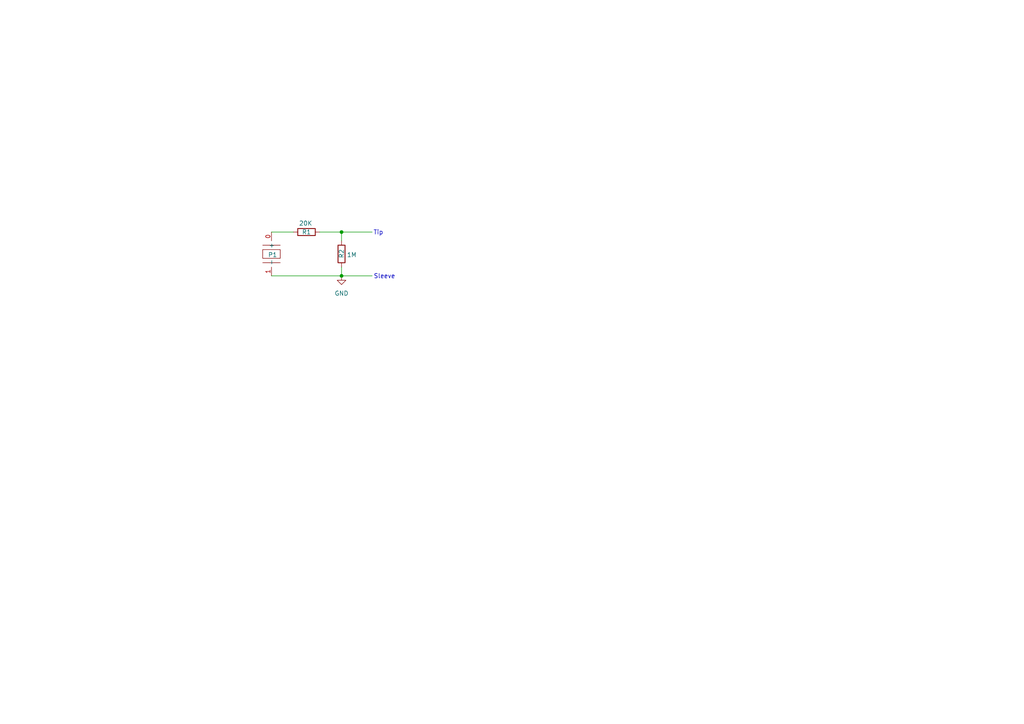
<source format=kicad_sch>
(kicad_sch (version 20250114) (generator "eeschema") (generator_version "9.0")
  (paper "A4")
  (lib_symbols
    (symbol "Device:R" (pin_numbers (hide yes)) (pin_names (offset 0))
      (property "Reference" "R" (at 2.032 0 90))
      (property "Value" "R" (at 0 0 90))
      (symbol "R_0_1"
        (rectangle (start -1.016 -2.54) (end 1.016 2.54) (stroke (width 0.254)))
      )
      (symbol "R_1_1"
        (pin passive line (at 0 3.81 270) (length 1.27) (name "~") (number "1"))
        (pin passive line (at 0 -3.81 90) (length 1.27) (name "~") (number "2"))
      )
    )
    (symbol "PiezoLibrary:P_1"
      (property "Reference" "P" (at 3.048 -3.048 0))
      (symbol "P_1_0_1"
        (polyline (pts (xy -2.54 2.54) (xy 2.54 2.54)))
        (rectangle (start -2.54 1.27) (end 2.54 -1.27))
        (polyline (pts (xy -2.54 -2.54) (xy 2.54 -2.54)))
      )
      (symbol "P_1_1_1"
        (pin unspecified line (at 0 6.35 270) (length 2.54) (name "+") (number "0"))
        (pin unspecified line (at 0 -6.35 90) (length 2.54) (name "-") (number "1"))
      )
    )
    (symbol "power:GND" (power) (pin_numbers (hide yes)) (pin_names (offset 0) (hide yes))
      (property "Value" "GND" (at 0 -3.81 0))
      (symbol "GND_0_1"
        (polyline (pts (xy 0 0) (xy 0 -1.27) (xy 1.27 -1.27) (xy 0 -2.54) (xy -1.27 -1.27) (xy 0 -1.27)))
      )
      (symbol "GND_1_1"
        (pin power_in line (at 0 0 270) (length 0) (name "~") (number "1"))
      )
    )
  )
  (text "Tip" (at 109.728 67.564 0) (effects (font (size 1.27 1.27))))
  (text "Sleeve\n" (at 111.506 80.264 0) (effects (font (size 1.27 1.27))))
  (junction (at 99.06 80.01))
  (junction (at 99.06 67.31))
  (wire (pts (xy 99.06 77.47) (xy 99.06 80.01)))
  (wire (pts (xy 78.74 67.31) (xy 85.09 67.31)))
  (wire (pts (xy 99.06 67.31) (xy 99.06 69.85)))
  (wire (pts (xy 99.06 80.01) (xy 107.95 80.01)))
  (wire (pts (xy 92.71 67.31) (xy 99.06 67.31)))
  (wire (pts (xy 99.06 80.01) (xy 78.74 80.01)))
  (wire (pts (xy 99.06 67.31) (xy 107.95 67.31)))
  (symbol (lib_id "Device:R") (at 88.9 67.31 270) (unit 1)
    (property "Reference" "R1" (at 88.9 67.31 90))
    (property "Value" "20K" (at 88.646 64.77 90))
    (property "Description" "Resistor" (effects (hide yes)))
  )
  (symbol (lib_id "PiezoLibrary:P_1") (at 78.74 73.66 0) (unit 1)
    (property "Reference" "P1" (at 77.724 73.914 0) (effects (justify left)))
  )
  (symbol (lib_id "power:GND") (at 99.06 80.01 0) (unit 1)
    (property "Reference" "#PWR01" (effects (hide yes)))
    (property "Value" "GND" (at 99.06 85.09 0))
    (property "Description" "Power symbol creates a global label with name \"GND\" , ground" (effects (hide yes)))
  )
  (symbol (lib_id "Device:R") (at 99.06 73.66 180) (unit 1)
    (property "Reference" "R2" (at 99.06 74.93 90) (effects (justify right)))
    (property "Value" "1M" (at 100.584 73.914 0) (effects (justify right)))
    (property "Description" "Resistor" (effects (hide yes)))
  )
)
</source>
